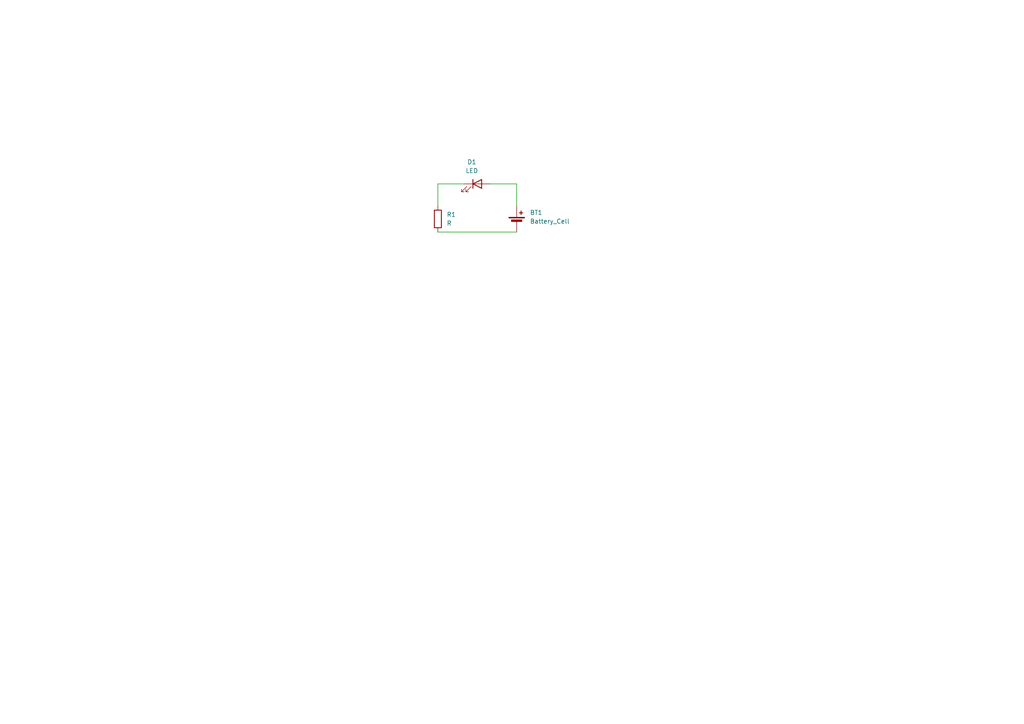
<source format=kicad_sch>
(kicad_sch (version 20231120) (generator "eeschema") (generator_version "8.0")
  (paper "A4")
  (title_block (title "LED Demo Board") (date "2024-10-29") (rev "1.0") (company "Formula Slug"))
  (lib_symbols
    (symbol "Device:Battery_Cell" (pin_numbers hide) (pin_names (offset 0) hide)
      (property "Reference" "BT" (at 2.54 2.54 0))
      (property "Value" "Battery_Cell" (at 2.54 0 0))
      (symbol "Battery_Cell_0_1"
        (rectangle (start -2.286 1.778) (end 2.286 1.524) (fill (type outline)))
        (rectangle (start -1.524 1.016) (end 1.524 0.508) (fill (type outline)))
        (polyline (pts (xy 0 0.762) (xy 0 0)))
        (polyline (pts (xy 0 1.778) (xy 0 2.54)))
        (polyline (pts (xy 0.762 3.048) (xy 1.778 3.048)) (stroke (width 0.254)))
        (polyline (pts (xy 1.27 3.556) (xy 1.27 2.54)) (stroke (width 0.254)))
      )
      (symbol "Battery_Cell_1_1"
        (pin passive line (at 0 5.08 270) (length 2.54) (name "+") (number "1"))
        (pin passive line (at 0 -2.54 90) (length 2.54) (name "-") (number "2"))
      )
    )
    (symbol "Device:LED" (pin_numbers hide) (pin_names (offset 1.016) hide)
      (property "Reference" "D" (at 0 2.54 0))
      (property "Value" "LED" (at 0 -2.54 0))
      (symbol "LED_0_1"
        (polyline (pts (xy -1.27 -1.27) (xy -1.27 1.27)) (stroke (width 0.254)))
        (polyline (pts (xy -1.27 0) (xy 1.27 0)))
        (polyline (pts (xy 1.27 -1.27) (xy 1.27 1.27) (xy -1.27 0) (xy 1.27 -1.27)) (stroke (width 0.254)))
        (polyline (pts (xy -3.048 -0.762) (xy -4.572 -2.286) (xy -3.81 -2.286) (xy -4.572 -2.286) (xy -4.572 -1.524)))
        (polyline (pts (xy -1.778 -0.762) (xy -3.302 -2.286) (xy -2.54 -2.286) (xy -3.302 -2.286) (xy -3.302 -1.524)))
      )
      (symbol "LED_1_1"
        (pin passive line (at -3.81 0 0) (length 2.54) (name "K") (number "1"))
        (pin passive line (at 3.81 0 180) (length 2.54) (name "A") (number "2"))
      )
    )
    (symbol "Device:R" (pin_numbers hide) (pin_names (offset 0))
      (property "Reference" "R" (at 2.032 0 90))
      (property "Value" "R" (at 0 0 90))
      (symbol "R_0_1"
        (rectangle (start -1.016 -2.54) (end 1.016 2.54) (stroke (width 0.254)))
      )
      (symbol "R_1_1"
        (pin passive line (at 0 3.81 270) (length 1.27) (name "~") (number "1"))
        (pin passive line (at 0 -3.81 90) (length 1.27) (name "~") (number "2"))
      )
    )
  )
  (wire (pts (xy 149.86 53.34) (xy 149.86 59.69)))
  (wire (pts (xy 149.86 67.31) (xy 127 67.31)))
  (wire (pts (xy 127 59.69) (xy 127 53.34)))
  (wire (pts (xy 127 53.34) (xy 134.62 53.34)))
  (wire (pts (xy 142.24 53.34) (xy 149.86 53.34)))
  (symbol (lib_id "Device:R") (at 127 63.5 0) (unit 1)
    (property "Reference" "R1" (at 129.54 62.2299 0) (effects (justify left)))
    (property "Value" "R" (at 129.54 64.7699 0) (effects (justify left)))
    (property "Footprint" "Resistor_SMD:R_0805_2012Metric_Pad1.20x1.40mm_HandSolder" (effects (hide yes)))
    (property "Description" "Resistor" (effects (hide yes)))
  )
  (symbol (lib_id "Device:LED") (at 138.43 53.34 0) (unit 1)
    (property "Reference" "D1" (at 136.8425 46.99 0))
    (property "Value" "LED" (at 136.8425 49.53 0))
    (property "Footprint" "LED_SMD:LED_0805_2012Metric_Pad1.15x1.40mm_HandSolder" (effects (hide yes)))
    (property "Description" "Light emitting diode" (effects (hide yes)))
  )
  (symbol (lib_id "Device:Battery_Cell") (at 149.86 64.77 0) (unit 1)
    (property "Reference" "BT1" (at 153.67 61.6584 0) (effects (justify left)))
    (property "Value" "Battery_Cell" (at 153.67 64.1984 0) (effects (justify left)))
    (property "Footprint" "FS_3_Global_Footprint_Library:MS621FE-FL11E_SEC" (effects (hide yes)))
    (property "Description" "Single-cell battery" (effects (hide yes)))
  )
)
</source>
